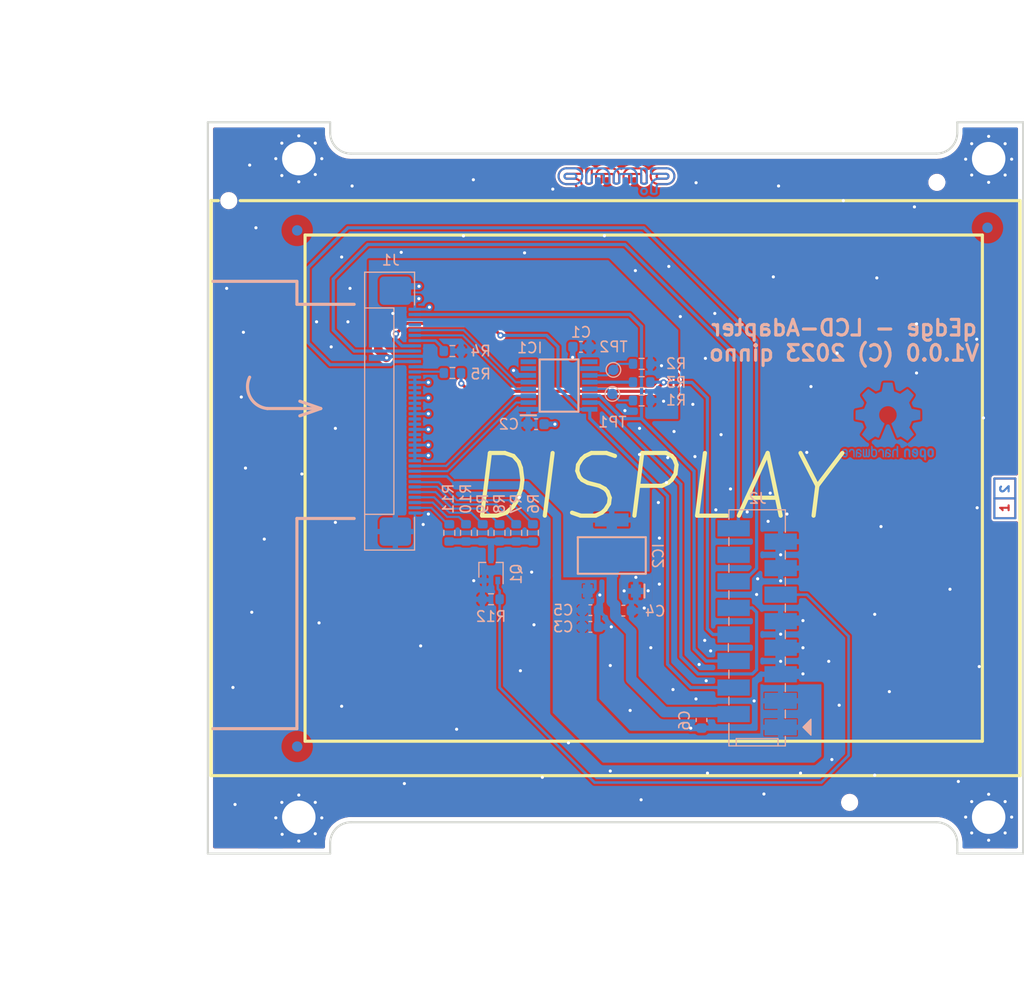
<source format=kicad_pcb>
(kicad_pcb (version 20211014) (generator pcbnew)
  (title_block (title "qEdge - LCD-Adapter") (date "08.12.2022") (rev "V1.0.0") (company "(C) 2023 qinno") (comment 1 "TZA") (comment 2 "03.02.2023") (comment 3 "CYA") (comment 4 "17.02.2023") (comment 5 "MSC") (comment 7 "V1.0.0"))
  (layers (0 "F.Cu" signal) (31 "B.Cu" signal) (34 "B.Paste" user) (35 "F.Paste" user) (36 "B.SilkS" user "B.Silkscreen") (37 "F.SilkS" user "F.Silkscreen") (38 "B.Mask" user) (39 "F.Mask" user) (44 "Edge.Cuts" user))
  (net 0 "")
  (net 1 "+3V3")
  (net 2 "GND")
  (net 3 "+5V")
  (net 4 "/LCD_LEDs")
  (net 5 "/Multi_MISO")
  (net 6 "/LCD_DATA")
  (net 7 "/LCD_CS")
  (net 8 "/Multi_SCK")
  (net 9 "/Multi_MOSI")
  (net 10 "/RTP_CS")
  (net 12 "Net-(IC1-Pad11)")
  (net 13 "Net-(IC1-Pad13)")
  (net 14 "/RTP_SPI_DOUT")
  (net 16 "/LCD_SPI_SDO")
  (net 19 "Net-(J1-Pad7)")
  (net 20 "Net-(J1-Pad34)")
  (net 21 "Net-(J1-Pad35)")
  (net 22 "Net-(J1-Pad36)")
  (net 23 "/RTP_XR")
  (net 24 "/RTP_YU")
  (net 25 "/RTP_XL")
  (net 26 "/RTP_YD")
  (net 27 "Net-(J1-Pad37)")
  (net 28 "Net-(J1-Pad38)")
  (net 29 "Net-(J1-Pad39)")
  (net 31 "Net-(Q1-Pad3)")
  (footprint "MountingHole:MountingHole_3.2mm_M3_DIN965_Pad" (layer "F.Cu") (at 58.7 134.02)
    (fp_text reference "H3" hide)
    (fp_text value "3mm_Mounting_Hole" hide)
  )
  (footprint "qEdge-LCD:JLCSMT_ToolingHole" (layer "F.Cu") (at 119.75 73.25)
    (fp_text reference "H6" hide)
    (fp_text value "ToolingHole" hide)
  )
  (footprint "qEdge-LCD:JLCSMT_ToolingHole" (layer "F.Cu") (at 52 75)
    (fp_text reference "H5" hide)
    (fp_text value "ToolingHole" hide)
  )
  (footprint "qEdge-LCD:JLCSMT_ToolingHole" (layer "F.Cu") (at 111.4 132.6)
    (fp_text reference "H7" hide)
    (fp_text value "ToolingHole" hide)
  )
  (footprint "MountingHole:MountingHole_3.2mm_M3_DIN965_Pad" (layer "F.Cu") (at 124.7 134.02)
    (fp_text reference "H2" hide)
    (fp_text value "3mm_Mounting_Hole" hide)
  )
  (footprint "qEdge-LCD:Logo-qinno-2" (layer "F.Cu") (at 89.339849 73.2)
    (fp_text reference "LOGO3" hide)
    (fp_text value "qinno" hide)
  )
  (footprint "MountingHole:MountingHole_3.2mm_M3_DIN965_Pad" (layer "F.Cu") (at 124.7 70.98)
    (fp_text reference "H4" hide)
    (fp_text value "3mm_Mounting_Hole" hide)
  )
  (footprint "MountingHole:MountingHole_3.2mm_M3_DIN965_Pad" (layer "F.Cu") (at 58.7 70.98)
    (fp_text reference "H1" hide)
    (fp_text value "3mm_Mounting_Hole" hide)
  )
  (footprint "Resistor_SMD:R_0603_1608Metric" (layer "B.Cu") (at 91.5 90.625 180)
    (fp_text reference "R2")
    (fp_text value "10K" hide)
  )
  (footprint "Fiducial:Fiducial_1mm_Mask3mm" (layer "B.Cu") (at 58.547 127.254 180)
    (fp_text reference "FID3" hide)
    (fp_text value "Fiducial" hide)
  )
  (footprint "Capacitor_SMD:C_0603_1608Metric" (layer "B.Cu") (at 85.7 89 180)
    (fp_text reference "C1")
    (fp_text value "1u" hide)
  )
  (footprint "qEdge-LCD:SOT230P700X180-4N" (layer "B.Cu") (at 88.646 108.966 90)
    (fp_text reference "IC2")
    (fp_text value "NCP1117ST33T3G" hide)
  )
  (footprint "Capacitor_SMD:C_0603_1608Metric" (layer "B.Cu") (at 89.75 114.25)
    (fp_text reference "C4")
    (fp_text value "10u" hide)
  )
  (footprint "Fiducial:Fiducial_1mm_Mask3mm" (layer "B.Cu") (at 58.547 77.851 180)
    (fp_text reference "FID2" hide)
    (fp_text value "Fiducial" hide)
  )
  (footprint "qEdge-LCD:Wuerth_WR-MM_690367281676" (layer "B.Cu") (at 102.55 115.893 90)
    (fp_text reference "J2")
    (fp_text value "WR-MM_690367281676" hide)
  )
  (footprint "Resistor_SMD:R_0603_1608Metric" (layer "B.Cu") (at 73.4 89.4 180)
    (fp_text reference "R4")
    (fp_text value "10K" hide)
  )
  (footprint "Capacitor_SMD:C_0603_1608Metric" (layer "B.Cu") (at 86.6 114.2)
    (fp_text reference "C5")
    (fp_text value "100n" hide)
  )
  (footprint "Resistor_SMD:R_0603_1608Metric" (layer "B.Cu") (at 81.1 106.8 -90)
    (fp_text reference "R6")
    (fp_text value "100R" hide)
  )
  (footprint "Resistor_SMD:R_0603_1608Metric" (layer "B.Cu") (at 74.7 106.8 -90)
    (fp_text reference "R10")
    (fp_text value "100R" hide)
  )
  (footprint "qEdge-LCD:Logo-qinno-2" (layer "B.Cu") (at 88.85 73.2 180)
    (fp_text reference "LOGO2" hide)
    (fp_text value "qinno" hide)
  )
  (footprint "Symbol:OSHW-Logo2_9.8x8mm_Copper" (layer "B.Cu") (at 115.062 96.139 180)
    (fp_text reference "LOGO1" hide)
    (fp_text value "Logo_Open_Hardware_Small" hide)
  )
  (footprint "Resistor_SMD:R_0603_1608Metric" (layer "B.Cu") (at 79.5 106.8 -90)
    (fp_text reference "R7")
    (fp_text value "100R" hide)
  )
  (footprint "TestPoint:TestPoint_Pad_D1.0mm" (layer "B.Cu") (at 88.7 93.5 180)
    (fp_text reference "TP1")
    (fp_text value "TestPoint" hide)
  )
  (footprint "TestPoint:TestPoint_Pad_D1.0mm" (layer "B.Cu") (at 88.8 91.2 180)
    (fp_text reference "TP2")
    (fp_text value "TestPoint" hide)
  )
  (footprint "Resistor_SMD:R_0603_1608Metric" (layer "B.Cu") (at 77.9 106.8 -90)
    (fp_text reference "R8")
    (fp_text value "100R" hide)
  )
  (footprint "Resistor_SMD:R_0603_1608Metric" (layer "B.Cu") (at 73.1 106.8 -90)
    (fp_text reference "R11")
    (fp_text value "100R" hide)
  )
  (footprint "Package_TO_SOT_SMD:SOT-323_SC-70" (layer "B.Cu") (at 77.089 110.363 90)
    (fp_text reference "Q1")
    (fp_text value "BSS138BKW" hide)
  )
  (footprint "qEdge-LCD:SOP65P640X120-16N" (layer "B.Cu") (at 83.6 92.7)
    (fp_text reference "IC1")
    (fp_text value "TSC2046EIPWR" hide)
  )
  (footprint "Fiducial:Fiducial_1mm_Mask3mm" (layer "B.Cu") (at 124.587 77.597 180)
    (fp_text reference "FID1" hide)
    (fp_text value "Fiducial" hide)
  )
  (footprint "Resistor_SMD:R_0603_1608Metric" (layer "B.Cu") (at 77.089 113.157 180)
    (fp_text reference "R12")
    (fp_text value "10K" hide)
  )
  (footprint "qEdge-LCD:Wuerth_WR-FPC_68714014022" (layer "B.Cu") (at 67.225 95.15 90)
    (fp_text reference "J1")
    (fp_text value "WR-FPC_68714014022" hide)
  )
  (footprint "Capacitor_SMD:C_0603_1608Metric" (layer "B.Cu") (at 86.6 115.8)
    (fp_text reference "C3")
    (fp_text value "10u" hide)
  )
  (footprint "Capacitor_SMD:C_0603_1608Metric" (layer "B.Cu") (at 81.4 96.4)
    (fp_text reference "C2")
    (fp_text value "100n" hide)
  )
  (footprint "Resistor_SMD:R_0603_1608Metric" (layer "B.Cu") (at 76.3 106.8 -90)
    (fp_text reference "R9")
    (fp_text value "100R" hide)
  )
  (footprint "Resistor_SMD:R_0603_1608Metric" (layer "B.Cu") (at 91.5 92.375)
    (fp_text reference "R3")
    (fp_text value "22R" hide)
  )
  (footprint "Resistor_SMD:R_0603_1608Metric" (layer "B.Cu") (at 73.4 91.5)
    (fp_text reference "R5")
    (fp_text value "22R" hide)
  )
  (footprint "Capacitor_SMD:C_0603_1608Metric" (layer "B.Cu") (at 97.229281 124.714 -90)
    (fp_text reference "C6")
    (fp_text value "100n" hide)
  )
  (footprint "Resistor_SMD:R_0603_1608Metric" (layer "B.Cu") (at 91.5 94.125 180)
    (fp_text reference "R1")
    (fp_text value "10K" hide)
  )
  (gr_line (start 125.25 101.6) (end 127.25 101.6) (layer "F.Cu") (width 0.2))
  (gr_line (start 127.25 101.6) (end 127.25 105.4) (layer "F.Cu") (width 0.2))
  (gr_line (start 125.25 105.4) (end 125.25 101.6) (layer "F.Cu") (width 0.2))
  (gr_line (start 127.25 105.4) (end 125.25 105.4) (layer "F.Cu") (width 0.2))
  (gr_line (start 125.25 103.5) (end 127.25 103.5) (layer "F.Cu") (width 0.2))
  (gr_line (start 127.25 105.4) (end 125.25 105.4) (layer "B.Cu") (width 0.2))
  (gr_line (start 125.25 101.6) (end 127.25 101.6) (layer "B.Cu") (width 0.2))
  (gr_line (start 125.25 103.5) (end 127.25 103.5) (layer "B.Cu") (width 0.2))
  (gr_line (start 125.25 105.4) (end 125.25 101.6) (layer "B.Cu") (width 0.2))
  (gr_line (start 127.25 101.6) (end 127.25 105.4) (layer "B.Cu") (width 0.2))
  (gr_line (start 60.8 94.9) (end 58.8 94.2) (layer "B.SilkS") (width 0.3))
  (gr_line (start 58.52 84.925) (end 58.52 82.725) (layer "B.SilkS") (width 0.3))
  (gr_line (start 64 84.925) (end 58.52 84.925) (layer "B.SilkS") (width 0.3))
  (gr_line (start 58.52 125.545) (end 50.5 125.545) (layer "B.SilkS") (width 0.3))
  (gr_line (start 58.52 105.425) (end 58.52 125.545) (layer "B.SilkS") (width 0.3))
  (gr_line (start 58.52 82.725) (end 50.5 82.725) (layer "B.SilkS") (width 0.3))
  (gr_line (start 58.52 105.425) (end 64 105.425) (layer "B.SilkS") (width 0.3))
  (gr_line (start 55.7 94.9) (end 60.8 94.9) (layer "B.SilkS") (width 0.3))
  (gr_arc (start 55.7 94.9) (mid 54.067485 93.843425) (end 54 91.9) (layer "B.SilkS") (width 0.3))
  (gr_line (start 60.8 94.9) (end 58.8 95.6) (layer "B.SilkS") (width 0.3))
  (gr_line (start 124.1 126.745) (end 59.3 126.745) (layer "F.SilkS") (width 0.3))
  (gr_line (start 53.1 75) (end 127.7 75) (layer "F.SilkS") (width 0.3))
  (gr_line (start 50.3 130.04) (end 127.7 130.04) (layer "F.SilkS") (width 0.3))
  (gr_line (start 50.3 75) (end 50.3 130.04) (layer "F.SilkS") (width 0.3))
  (gr_line (start 50.3 75) (end 51 75) (layer "F.SilkS") (width 0.3))
  (gr_line (start 127.7 75) (end 127.7 130.04) (layer "F.SilkS") (width 0.3))
  (gr_line (start 124.1 126.745) (end 124.1 78.295) (layer "F.SilkS") (width 0.3))
  (gr_line (start 124.1 78.295) (end 59.3 78.295) (layer "F.SilkS") (width 0.3))
  (gr_line (start 59.3 126.745) (end 59.3 78.295) (layer "F.SilkS") (width 0.3))
  (gr_arc (start 61.7 136.5) (mid 62.285786 135.085786) (end 63.7 134.5) (layer "Edge.Cuts") (width 0.2))
  (gr_line (start 63.7 70.5) (end 119.7 70.5) (layer "Edge.Cuts") (width 0.2))
  (gr_line (start 50 67.5) (end 50 137.5) (layer "Edge.Cuts") (width 0.2))
  (gr_line (start 50 137.5) (end 61.7 137.5) (layer "Edge.Cuts") (width 0.2))
  (gr_line (start 61.7 67.5) (end 61.7 68.5) (layer "Edge.Cuts") (width 0.2))
  (gr_line (start 121.7 67.5) (end 128 67.5) (layer "Edge.Cuts") (width 0.2))
  (gr_arc (start 119.7 134.5) (mid 121.114214 135.085786) (end 121.7 136.5) (layer "Edge.Cuts") (width 0.2))
  (gr_arc (start 63.7 70.5) (mid 62.285786 69.914214) (end 61.7 68.5) (layer "Edge.Cuts") (width 0.2))
  (gr_line (start 63.7 134.5) (end 119.7 134.5) (layer "Edge.Cuts") (width 0.2))
  (gr_line (start 61.7 136.5) (end 61.7 137.5) (layer "Edge.Cuts") (width 0.2))
  (gr_arc (start 121.7 68.5) (mid 121.114214 69.914214) (end 119.7 70.5) (layer "Edge.Cuts") (width 0.2))
  (gr_line (start 121.7 68.5) (end 121.7 67.5) (layer "Edge.Cuts") (width 0.2))
  (gr_line (start 128 137.5) (end 128 67.5) (layer "Edge.Cuts") (width 0.2))
  (gr_line (start 61.7 67.5) (end 50 67.5) (layer "Edge.Cuts") (width 0.2))
  (gr_line (start 121.7 137.5) (end 128 137.5) (layer "Edge.Cuts") (width 0.2))
  (gr_line (start 121.7 137.5) (end 121.7 136.5) (layer "Edge.Cuts") (width 0.2))
  (gr_text "1" (at 126.25 104.4 90) (layer "F.Cu") (effects (font (size 0.8 0.8) (thickness 0.2))))
  (gr_text "2" (at 126.25 102.6 90) (layer "B.Cu") (effects (font (size 0.8 0.8) (thickness 0.2)) (justify mirror)))
  (gr_text "qEdge - LCD-Adapter\nV1.0.0 (C) 2023 qinno" (at 110.871 88.392) (layer "B.SilkS") (effects (font (size 1.5 1.5) (thickness 0.3)) (justify mirror)))
  (gr_text "DISPLAY" (at 92.7 102.4) (layer "F.SilkS") (effects (font (size 6 6) (thickness 0.4) italic)))
  (segment (start 94.9 93.3) (end 94.9 91.7) (width 0.5) (layer "F.Cu") (net 1))
  (segment (start 94 90.8) (end 93.4 90.8) (width 0.5) (layer "F.Cu") (net 1))
  (segment (start 66.3 86.8) (end 67.3 85.8) (width 0.8) (layer "F.Cu") (net 1))
  (segment (start 93.6 94.2) (end 94 94.2) (width 0.5) (layer "F.Cu") (net 1))
  (segment (start 94 94.2) (end 94.9 93.3) (width 0.5) (layer "F.Cu") (net 1))
  (segment (start 66.3 89.3) (end 66.3 86.8) (width 0.8) (layer "F.Cu") (net 1))
  (segment (start 94.9 91.7) (end 94 90.8) (width 0.5) (layer "F.Cu") (net 1))
  (segment (start 67.106479 90.0505) (end 67.0505 90.0505) (width 0.8) (layer "F.Cu") (net 1))
  (segment (start 67.3 85.8) (end 67.7 85.8) (width 0.8) (layer "F.Cu") (net 1))
  (segment (start 67.0505 90.0505) (end 66.3 89.3) (width 0.8) (layer "F.Cu") (net 1))
  (via (at 93.6 94.2) (size 0.6) (drill 0.3) (layers "F.Cu" "B.Cu") (net 1))
  (via (at 67.7 85.8) (size 0.6) (drill 0.3) (layers "F.Cu" "B.Cu") (net 1))
  (via (at 93.4 90.8) (size 0.6) (drill 0.3) (layers "F.Cu" "B.Cu") (net 1))
  (via (at 67.106479 90.0505) (size 0.6) (drill 0.3) (layers "F.Cu" "B.Cu") (net 1))
  (segment (start 90.5 116.272183) (end 88.975 114.747183) (width 1) (layer "B.Cu") (net 1))
  (segment (start 88.975 114.747183) (end 88.975 114.25) (width 1) (layer "B.Cu") (net 1))
  (segment (start 100.104 123.952) (end 100.3 124.148) (width 1) (layer "B.Cu") (net 1))
  (segment (start 98.044 123.952) (end 93.652 123.952) (width 1) (layer "B.Cu") (net 1))
  (segment (start 90.5 120.8) (end 90.5 116.272183) (width 1) (layer "B.Cu") (net 1))
  (segment (start 88.646 113.396) (end 88.646 112.366) (width 1) (layer "B.Cu") (net 1))
  (segment (start 96.012 123.952) (end 100.104 123.952) (width 1) (layer "B.Cu") (net 1))
  (segment (start 88.975 113.725) (end 88.646 113.396) (width 1) (layer "B.Cu") (net 1))
  (segment (start 93.652 123.952) (end 90.5 120.8) (width 1) (layer "B.Cu") (net 1))
  (segment (start 88.975 114.25) (end 88.975 113.725) (width 1) (layer "B.Cu") (net 1))
  (segment (start 88.646 112.366) (end 88.646 105.566) (width 1) (layer "B.Cu") (net 1))
  (via (at 63.8 73.6) (size 0.6) (drill 0.3) (layers "F.Cu" "B.Cu") (net 2))
  (via (at 106.7 129.8) (size 0.6) (drill 0.3) (layers "F.Cu" "B.Cu") (net 2))
  (via (at 122.5 134.008985) (size 0.6) (drill 0.3) (layers "F.Cu" "B.Cu") (net 2))
  (via (at 104.8 119.1) (size 0.6) (drill 0.3) (layers "F.Cu" "B.Cu") (net 2))
  (via (at 60.637991 115.418387) (size 0.6) (drill 0.3) (layers "F.Cu" "B.Cu") (net 2))
  (via (at 117.8 91.5) (size 0.6) (drill 0.3) (layers "F.Cu" "B.Cu") (net 2))
  (via (at 91.3 96.8) (size 0.6) (drill 0.3) (layers "F.Cu" "B.Cu") (net 2))
  (via (at 56.5 70.9834) (size 0.6) (drill 0.3) (layers "F.Cu" "B.Cu") (net 2))
  (via (at 83 73.9) (size 0.6) (drill 0.3) (layers "F.Cu" "B.Cu") (net 2))
  (via (at 71.1 98.4) (size 0.6) (drill 0.3) (layers "F.Cu" "B.Cu") (net 2))
  (via (at 87.940888 78.361518) (size 0.6) (drill 0.3) (layers "F.Cu" "B.Cu") (net 2))
  (via (at 110.4 123.3) (size 0.6) (drill 0.3) (layers "F.Cu" "B.Cu") (net 2))
  (via (at 109.4 119.1) (size 0.6) (drill 0.3) (layers "F.Cu" "B.Cu") (net 2))
  (via (at 90.4 123.8) (size 0.6) (drill 0.3) (layers "F.Cu" "B.Cu") (net 2))
  (via (at 53.2 93.8) (size 0.6) (drill 0.3) (layers "F.Cu" "B.Cu") (net 2))
  (via (at 102.5 112.7) (size 0.6) (drill 0.3) (layers "F.Cu" "B.Cu") (net 2))
  (via (at 103.6 105.7) (size 0.6) (drill 0.3) (layers "F.Cu" "B.Cu") (net 2))
  (via (at 94 99.6) (size 0.6) (drill 0.3) (layers "F.Cu" "B.Cu") (net 2))
  (via (at 92.122481 112.346624) (size 0.6) (drill 0.3) (layers "F.Cu" "B.Cu") (net 2))
  (via (at 79.244622 91.255378) (size 0.6) (drill 0.3) (layers "F.Cu" "B.Cu") (net 2))
  (via (at 56.5 134.0834) (size 0.6) (drill 0.3) (layers "F.Cu" "B.Cu") (net 2))
  (via (at 103.8 103) (size 0.6) (drill 0.3) (layers "F.Cu" "B.Cu") (net 2))
  (via (at 126.9 134.008985) (size 0.6) (drill 0.3) (layers "F.Cu" "B.Cu") (net 2))
  (via (at 97 119.4) (size 0.6) (drill 0.3) (layers "F.Cu" "B.Cu") (net 2))
  (via (at 63.6 83.4) (size 0.6) (drill 0.3) (layers "F.Cu" "B.Cu") (net 2))
  (via (at 124.7 136.225585) (size 0.6) (drill 0.3) (layers "F.Cu" "B.Cu") (net 2))
  (via (at 126.2768 72.55039) (size 0.6) (drill 0.3) (layers "F.Cu" "B.Cu") (net 2))
  (via (at 96.7 122.7) (size 0.6) (drill 0.3) (layers "F.Cu" "B.Cu") (net 2))
  (via (at 124.7 68.85039) (size 0.6) (drill 0.3) (layers "F.Cu" "B.Cu") (net 2))
  (via (at 54.6 77.6) (size 0.6) (drill 0.3) (layers "F.Cu" "B.Cu") (net 2))
  (via (at 126.2768 135.525585) (size 0.6) (drill 0.3) (layers "F.Cu" "B.Cu") (net 2))
  (via (at 88.6 115.8) (size 0.6) (drill 0.3) (layers "F.Cu" "B.Cu") (net 2))
  (via (at 124.2 95.8) (size 0.6) (drill 0.3) (layers "F.Cu" "B.Cu") (net 2))
  (via (at 98.1 118.1) (size 0.6) (drill 0.3) (layers "F.Cu" "B.Cu") (net 2))
  (via (at 70.2 83.2) (size 0.6) (drill 0.3) (layers "F.Cu" "B.Cu") (net 2))
  (via (at 102.6 111.2) (size 0.6) (drill 0.3) (layers "F.Cu" "B.Cu") (net 2))
  (via (at 57.0768 132.6) (size 0.6) (drill 0.3) (layers "F.Cu" "B.Cu") (net 2))
  (via (at 97.8 129.8) (size 0.6) (drill 0.3) (layers "F.Cu" "B.Cu") (net 2))
  (via (at 71.1 95.4) (size 0.6) (drill 0.3) (layers "F.Cu" "B.Cu") (net 2))
  (via (at 84.9 90) (size 0.6) (drill 0.3) (layers "F.Cu" "B.Cu") (net 2))
  (via (at 123.0768 72.55039) (size 0.6) (drill 0.3) (layers "F.Cu" "B.Cu") (net 2))
  (via (at 83.2 96.4) (size 0.6) (drill 0.3) (layers "F.Cu" "B.Cu") (net 2))
  (via (at 96.2 125.5) (size 0.6) (drill 0.3) (layers "F.Cu" "B.Cu") (net 2))
  (via (at 96.6 99.5) (size 0.6) (drill 0.3) (layers "F.Cu" "B.Cu") (net 2))
  (via (at 74.45379 78.376226) (size 0.6) (drill 0.3) (layers "F.Cu" "B.Cu") (net 2))
  (via (at 97.676828 120.9585) (size 0.6) (drill 0.3) (layers "F.Cu" "B.Cu") (net 2))
  (via (at 89.9 95.1) (size 0.6) (drill 0.3) (layers "F.Cu" "B.Cu") (net 2))
  (via (at 123.560835 88.265376) (size 0.6) (drill 0.3) (layers "F.Cu" "B.Cu") (net 2))
  (via (at 104.8 116.5) (size 0.6) (drill 0.3) (layers "F.Cu" "B.Cu") (net 2))
  (via (at 123.0768 69.55039) (size 0.6) (drill 0.3) (layers "F.Cu" "B.Cu") (net 2))
  (via (at 102.263994 122.887909) (size 0.6) (drill 0.3) (layers "F.Cu" "B.Cu") (net 2))
  (via (at 126.2768 132.525585) (size 0.6) (drill 0.3) (layers "F.Cu" "B.Cu") (net 2))
  (via (at 91.75 114) (size 0.6) (drill 0.3) (layers "F.Cu" "B.Cu") (net 2))
  (via (at 91.3 99.3) (size 0.6) (drill 0.3) (layers "F.Cu" "B.Cu") (net 2))
  (via (at 104.8 111.4) (size 0.6) (drill 0.3) (layers "F.Cu" "B.Cu") (net 2))
  (via (at 99.1 97.4) (size 0.6) (drill 0.3) (layers "F.Cu" "B.Cu") (net 2))
  (via (at 109.7 128.5) (size 0.6) (drill 0.3) (layers "F.Cu" "B.Cu") (net 2))
  (via (at 54 71.6) (size 0.6) (drill 0.3) (layers "F.Cu" "B.Cu") (net 2))
  (via (at 103.2 131.8) (size 0.6) (drill 0.3) (layers "F.Cu" "B.Cu") (net 2))
  (via (at 121.8 130.6) (size 0.6) (drill 0.3) (layers "F.Cu" "B.Cu") (net 2))
  (via (at 93.194704 111.708062) (size 0.6) (drill 0.3) (layers "F.Cu" "B.Cu") (net 2))
  (via (at 61.8 89) (size 0.6) (drill 0.3) (layers "F.Cu" "B.Cu") (net 2))
  (via (at 75.4 73) (size 0.6) (drill 0.3) (layers "F.Cu" "B.Cu") (net 2))
  (via (at 57.0768 72.6) (size 0.6) (drill 0.3) (layers "F.Cu" "B.Cu") (net 2))
  (via (at 52.6 132.8) (size 0.6) (drill 0.3) (layers "F.Cu" "B.Cu") (net 2))
  (via (at 79.8 103.4) (size 0.6) (drill 0.3) (layers "F.Cu" "B.Cu") (net 2))
  (via (at 58.7 68.8) (size 0.6) (drill 0.3) (layers "F.Cu" "B.Cu") (net 2))
  (via (at 62.2 105.8) (size 0.6) (drill 0.3) (layers "F.Cu" "B.Cu") (net 2))
  (via (at 58.7 73.2) (size 0.6) (drill 0.3) (layers "F.Cu" "B.Cu") (net 2))
  (via (at 113.8 114.6) (size 0.6) (drill 0.3) (layers "F.Cu" "B.Cu") (net 2))
  (via (at 97.6 90.1) (size 0.6) (drill 0.3) (layers "F.Cu" "B.Cu") (net 2))
  (via (at 101.6 104.8) (size 0.6) (drill 0.3) (layers "F.Cu" "B.Cu") (net 2))
  (via (at 88.5 129.6) (size 0.6) (drill 0.3) (layers "F.Cu" "B.Cu") (net 2))
  (via (at 62.2 96.8) (size 0.6) (drill 0.3) (layers "F.Cu" "B.Cu") (net 2))
  (via (at 107.3 99.1) (size 0.6) (drill 0.3) (layers "F.Cu" "B.Cu") (net 2))
  (via (at 93.2 107.3) (size 0.6) (drill 0.3) (layers "F.Cu" "B.Cu") (net 2))
  (via (at 70.6 106) (size 0.6) (drill 0.3) (layers "F.Cu" "B.Cu") (net 2))
  (via (at 121 112.2) (size 0.6) (drill 0.3) (layers "F.Cu" "B.Cu") (net 2))
  (via (at 117.8 86.8) (size 0.6) (drill 0.3) (layers "F.Cu" "B.Cu") (net 2))
  (via (at 55.4 107.4) (size 0.6) (drill 0.3) (layers "F.Cu" "B.Cu") (net 2))
  (via (at 71.1 92.4) (size 0.6) (drill 0.3) (layers "F.Cu" "B.Cu") (net 2))
  (via (at 63.4 86.6) (size 0.6) (drill 0.3) (layers "F.Cu" "B.Cu") (net 2))
  (via (at 117.6 75.6) (size 0.6) (drill 0.3) (layers "F.Cu" "B.Cu") (net 2))
  (via (at 80.9777 110.5589) (size 0.6) (drill 0.3) (layers "F.Cu" "B.Cu") (net 2))
  (via (at 98.6 104.6) (size 0.6) (drill 0.3) (layers "F.Cu" "B.Cu") (net 2))
  (via (at 75.438 111.379) (size 0.6) (drill 0.3) (layers "F.Cu" "B.Cu") (net 2))
  (via (at 71.1 99.4) (size 0.6) (drill 0.3) (layers "F.Cu" "B.Cu") (net 2))
  (via (at 60.9 70.9834) (size 0.6) (drill 0.3) (layers "F.Cu" "B.Cu") (net 2))
  (via (at 73.8 125.6) (size 0.6) (drill 0.3) (layers "F.Cu" "B.Cu") (net 2))
  (via (at 60.2768 72.5) (size 0.6) (drill 0.3) (layers "F.Cu" "B.Cu") (net 2))
  (via (at 93.877938 101.989049) (size 0.6) (drill 0.3) (layers "F.Cu" "B.Cu") (net 2))
  (via (at 126.2768 69.55039) (size 0.6) (drill 0.3) (layers "F.Cu" "B.Cu") (net 2))
  (via (at 110.8 75) (size 0.6) (drill 0.3) (layers "F.Cu" "B.Cu") (net 2))
  (via (at 124.7 73.25039) (size 0.6) (drill 0.3) (layers "F.Cu" "B.Cu") (net 2))
  (via (at 94.5 121.8) (size 0.6) (drill 0.3) (layers "F.Cu" "B.Cu") (net 2))
  (via (at 60.4 86.6) (size 0.6) (drill 0.3) (layers "F.Cu" "B.Cu") (net 2))
  (via (at 62.8 123.4) (size 0.6) (drill 0.3) (layers "F.Cu" "B.Cu") (net 2))
  (via (at 82 130.2) (size 0.6) (drill 0.3) (layers "F.Cu" "B.Cu") (net 2))
  (via (at 60.2768 135.6) (size 0.6) (drill 0.3) (layers "F.Cu" "B.Cu") (net 2))
  (via (at 53.6 100.6) (size 0.6) (drill 0.3) (layers "F.Cu" "B.Cu") (net 2))
  (via (at 87.5 112.75) (size 0.6) (drill 0.3) (layers "F.Cu" "B.Cu") (net 2))
  (via (at 104.1 82.3) (size 0.6) (drill 0.3) (layers "F.Cu" "B.Cu") (net 2))
  (via (at 105.4 105) (size 0.6) (drill 0.3) (layers "F.Cu" "B.Cu") (net 2))
  (via (at 93.1 103.9) (size 0.6) (drill 0.3) (layers "F.Cu" "B.Cu") (net 2))
  (via (at 114 82.4) (size 0.6) (drill 0.3) (layers "F.Cu" "B.Cu") (net 2))
  (via (at 123.6 104.4) (size 0.6) (drill 0.3) (layers "F.Cu" "B.Cu") (net 2))
  (via (at 106.934 120.3) (size 0.6) (drill 0.3) (layers "F.Cu" "B.Cu") (net 2))
  (via (at 51.8 83.4) (size 0.6) (drill 0.3) (layers "F.Cu" "B.Cu") (net 2))
  (via (at 96.708411 73.286132) (size 0.6) (drill 0.3) (layers "F.Cu" "B.Cu") (net 2))
  (via (at 68.8 130.8) (size 0.6) (drill 0.3) (layers "F.Cu" "B.Cu") (net 2))
  (via (at 84.5 126.897358) (size 0.6) (drill 0.3) (layers "F.Cu" "B.Cu") (net 2))
  (via (at 58.7 136.3) (size 0.6) (drill 0.3) (layers "F.Cu" "B.Cu") (net 2))
  (via (at 115.2 122) (size 0.6) (drill 0.3) (layers "F.Cu" "B.Cu") (net 2))
  (via (at 60.2768 69.5) (size 0.6) (drill 0.3) (layers "F.Cu" "B.Cu") (net 2))
  (via (at 95.2 86.1) (size 0.6) (drill 0.3) (layers "F.Cu" "B.Cu") (net 2))
  (via (at 71.1 105) (size 0.6) (drill 0.3) (layers "F.Cu" "B.Cu") (net 2))
  (via (at 53.4 87.6) (size 0.6) (drill 0.3) (layers "F.Cu" "B.Cu") (net 2))
  (via (at 58.7 131.9) (size 0.6) (drill 0.3) (layers "F.Cu" "B.Cu") (net 2))
  (via (at 52.4 121.6) (size 0.6) (drill 0.3) (layers "F.Cu" "B.Cu") (net 2))
  (via (at 114.4 106.2) (size 0.6) (drill 0.3) (layers "F.Cu" "B.Cu") (net 2))
  (via (at 71.1 93.888444) (size 0.6) (drill 0.3) (layers "F.Cu" "B.Cu") (net 2))
  (via (at 70.189101 84.383648) (size 0.6) (drill 0.3) (layers "F.Cu" "B.Cu") (net 2))
  (via (at 92.378419 117.797111) (size 0.6) (drill 0.3) (layers "F.Cu" "B.Cu") (net 2))
  (via (at 62.8 80.4) (size 0.6) (drill 0.3) (layers "F.Cu" "B.Cu") (net 2))
  (via (at 106.934 117.8) (size 0.6) (drill 0.3) (layers "F.Cu" "B.Cu") (net 2))
  (via (at 57.0768 69.5) (size 0.6) (drill 0.3) (layers "F.Cu" "B.Cu") (net 2))
  (via (at 106.934 115.2) (size 0.6) (drill 0.3) (layers "F.Cu" "B.Cu") (net 2))
  (via (at 54.2 114.4) (size 0.6) (drill 0.3) (layers "F.Cu" "B.Cu") (net 2))
  (via (at 104.8 108.9) (size 0.6) (drill 0.3) (layers "F.Cu" "B.Cu") (net 2))
  (via (at 123.8 119.6) (size 0.6) (drill 0.3) (layers "F.Cu" "B.Cu") (net 2))
  (via (at 123.0768 135.525585) (size 0.6) (drill 0.3) (layers "F.Cu" "B.Cu") (net 2))
  (via (at 126.9 71.03379) (size 0.6) (drill 0.3) (layers "F.Cu" "B.Cu") (net 2))
  (via (at 107.7 92.8) (size 0.6) (drill 0.3) (layers "F.Cu" "B.Cu") (net 2))
  (via (at 104.6 73.6) (size 0.6) (drill 0.3) (layers "F.Cu" "B.Cu") (net 2))
  (via (at 70.356965 117.62269) (size 0.6) (drill 0.3) (layers "F.Cu" "B.Cu") (net 2))
  (via (at 94.1 81.3) (size 0.6) (drill 0.3) (layers "F.Cu" "B.Cu") (net 2))
  (via (at 89.826028 112.356922) (size 0.6) (drill 0.3) (layers "F.Cu" "B.Cu") (net 2))
  (via (at 123.0768 132.525585) (size 0.6) (drill 0.3) (layers "F.Cu" "B.Cu") (net 2))
  (via (at 58.993311 101.167657) (size 0.6) (drill 0.3) (layers "F.Cu" "B.Cu") (net 2))
  (via (at 57.106015 135.657886) (size 0.6) (drill 0.3) (layers "F.Cu" "B.Cu") (net 2))
  (via (at 94.6 97.1) (size 0.6) (drill 0.3) (layers "F.Cu" "B.Cu") (net 2))
  (via (at 71.1 96.9) (size 0.6) (drill 0.3) (layers "F.Cu" "B.Cu") (net 2))
  (via (at 88.5 119.5) (size 0.6) (drill 0.3) (layers "F.Cu" "B.Cu") (net 2))
  (via (at 79.9 120) (size 0.6) (drill 0.3) (layers "F.Cu" "B.Cu") (net 2))
  (via (at 122.5 71.03379) (size 0.6) (drill 0.3) (layers "F.Cu" "B.Cu") (net 2))
  (via (at 100 102.6) (size 0.6) (drill 0.3) (layers "F.Cu" "B.Cu") (net 2))
  (via (at 91.448141 132.351445) (size 0.6) (drill 0.3) (layers "F.Cu" "B.Cu") (net 2))
  (via (at 60.2768 132.6) (size 0.6) (drill 0.3) (layers "F.Cu" "B.Cu") (net 2))
  (via (at 96.4 94.5) (size 0.6) (drill 0.3) (layers "F.Cu" "B.Cu") (net 2))
  (via (at 90.9 81.7) (size 0.6) (drill 0.3) (layers "F.Cu" "B.Cu") (net 2))
  (via (at 110.2 89.6) (size 0.6) (drill 0.3) (layers "F.Cu" "B.Cu") (net 2))
  (via (at 124.7 131.825585) (size 0.6) (drill 0.3) (layers "F.Cu" "B.Cu") (net 2))
  (via (at 68.5 79.9495) (size 0.6) (drill 0.3) (layers "F.Cu" "B.Cu") (net 2))
  (via (at 97.536 117.094) (size 0.6) (drill 0.3) (layers "F.Cu" "B.Cu") (net 2))
  (via (at 60.9 134.0834) (size 0.6) (drill 0.3) (layers "F.Cu" "B.Cu") (net 2))
  (via (at 90.94851 111.059374) (size 0.6) (drill 0.3) (layers "F.Cu" "B.Cu") (net 2))
  (via (at 113.8 130) (size 0.6) (drill 0.3) (layers "F.Cu" "B.Cu") (net 2))
  (via (at 81.2 115.6) (size 0.6) (drill 0.3) (layers "F.Cu" "B.Cu") (net 2))
  (via (at 98.5 85.8) (size 0.6) (drill 0.3) (layers "F.Cu" "B.Cu") (net 2))
  (via (at 71.2 85.2) (size 0.6) (drill 0.3) (layers "F.Cu" "B.Cu") (net 2))
  (via (at 80.3 80) (size 0.6) (drill 0.3) (layers "F.Cu" "B.Cu") (net 2))
  (segment (start 76.439 111.363) (end 75.454 111.363) (width 0.6) (layer "B.Cu") (net 2))
  (segment (start 69.8 85.4) (end 69.8 84.494547) (width 0.25) (layer "B.Cu") (net 2))
  (segment (start 104.8 119.1) (end 104.8 120.24) (width 1) (layer "B.Cu") (net 2))
  (segment (start 82.175 96.4) (end 83.2 96.4) (width 0.5) (layer "B.Cu") (net 2))
  (segment (start 96.211 125.489) (end 97.229281 125.489) (width 0.6) (layer "B.Cu") (net 2))
  (segment (start 71.1 96.9) (end 69.8 96.9) (width 0.25) (layer "B.Cu") (net 2))
  (segment (start 106.934 117.8) (end 106.836 117.798) (width 1) (layer "B.Cu") (net 2))
  (segment (start 68.703648 84.383648) (end 67.94 83.62) (width 0.6) (layer "B.Cu") (net 2))
  (segment (start 87.275 114.25) (end 87.5 114.025) (width 0.6) (layer "B.Cu") (net 2))
  (segment (start 69.8 85.4) (end 71 85.4) (width 0.25) (layer "B.Cu") (net 2))
  (segment (start 104.858 115.2) (end 104.8 115.258) (width 1) (layer "B.Cu") (net 2))
  (segment (start 96.2 125.5) (end 96.211 125.489) (width 0.6) (layer "B.Cu") (net 2))
  (segment (start 104.8 116.5) (end 104.8 117.7) (width 1) (layer "B.Cu") (net 2))
  (segment (start 104.8 116.5) (end 104.8 115.258) (width 1) (layer "B.Cu") (net 2))
  (segment (start 76.264 112.361) (end 76.264 113.157) (width 0.4) (layer "B.Cu") (net 2))
  (segment (start 71.1 92.4) (end 69.8 92.4) (width 0.25) (layer "B.Cu") (net 2))
  (segment (start 76.342 112.283) (end 76.264 112.361) (width 0.4) (layer "B.Cu") (net 2))
  (segment (start 71 104.9) (end 69.8 104.9) (width 0.2) (layer "B.Cu") (net 2))
  (segment (start 87.375 114.2) (end 88.15048 114.97548) (width 0.3) (layer "B.Cu") (net 2))
  (segment (start 71.1 99.4) (end 69.874 99.4) (width 0.3) (layer "B.Cu") (net 2))
  (segment (start 106.934 120.3) (end 104.838 120.3) (width 1) (layer "B.Cu") (net 2))
  (segment (start 91.5 114.25) (end 91.75 114) (width 0.6) (layer "B.Cu") (net 2))
  (segment (start 69.8 104.95) (end 69.8 105.2) (width 0.2) (layer "B.Cu") (net 2))
  (segment (start 69.811556 93.888444) (end 69.8 93.9) (width 0.25) (layer "B.Cu") (net 2))
  (segment (start 71.1 93.888444) (end 69.811556 93.888444) (width 0.25) (layer "B.Cu") (net 2))
  (segment (start 104.838 120.3) (end 104.8 120.338) (width 1) (layer "B.Cu") (net 2))
  (segment (start 87.275 115.7) (end 87.275 114.25) (width 0.6) (layer "B.Cu") (net 2))
  (segment (start 84.9 89.025) (end 84.925 89) (width 0.5) (layer "B.Cu") (net 2))
  (segment (start 106.836 117.798) (end 104.8 117.798) (width 1) (layer "B.Cu") (net 2))
  (segment (start 92.103105 112.366) (end 92.122481 112.346624) (width 0.6) (layer "B.Cu") (net 2))
  (segment (start 69.8 99.9) (end 69.8 91.95) (width 0.3) (layer "B.Cu") (net 2))
  (segment (start 68.36 83.2) (end 67.94 83.62) (width 0.6) (layer "B.Cu") (net 2))
  (segment (start 88.15048 114.97548) (end 88.15048 115.35048) (width 0.25) (layer "B.Cu") (net 2))
  (segment (start 76.439 112.283) (end 76.342 112.283) (width 0.4) (layer "B.Cu") (net 2))
  (segment (start 70.2 83.2) (end 68.36 83.2) (width 0.6) (layer "B.Cu") (net 2))
  (segment (start 90.946 112.366) (end 92.103105 112.366) (width 0.6) (layer "B.Cu") (net 2))
  (segment (start 84.9 90) (end 84.9 89.025) (width 0.5) (layer "B.Cu") (net 2))
  (segment (start 88.6 115.8) (end 87.375 115.8) (width 0.6) (layer "B.Cu") (net 2))
  (segment (start 69.8 84.494547) (end 69.910899 84.383648) (width 0.25) (layer "B.Cu") (net 2))
  (segment (start 88.15048 115.35048) (end 88.6 115.8) (width 0.25) (layer "B.Cu") (net 2))
  (segment (start 90.525 114.25) (end 91.5 114.25) (width 0.6) (layer "B.Cu") (net 2))
  (segment (start 80.662 91.725) (end 79.714244 91.725) (width 0.45) (layer "B.Cu") (net 2))
  (segment (start 71.1 105) (end 71 104.9) (width 0.2) (layer "B.Cu") (net 2))
  (segment (start 69.910899 84.383648) (end 70.189101 84.383648) (width 0.25) (layer "B.Cu") (net 2))
  (segment (start 70.189101 84.383648) (end 68.703648 84.383648) (width 0.6) (layer "B.Cu") (net 2))
  (segment (start 76.439 111.363) (end 76.439 112.283) (width 0.4) (layer "B.Cu") (net 2))
  (segment (start 79.714244 91.725) (end 79.244622 91.255378) (width 0.45) (layer "B.Cu") (net 2))
  (segment (start 69.8 105.2) (end 70.6 106) (width 0.2) (layer "B.Cu") (net 2))
  (segment (start 104.8 117.7) (end 104.8 119.1) (width 1) (layer "B.Cu") (net 2))
  (segment (start 71.1 98.4) (end 69.8 98.4) (width 0.25) (layer "B.Cu") (net 2))
  (segment (start 75.454 111.363) (end 75.438 111.379) (width 0.6) (layer "B.Cu") (net 2))
  (segment (start 87.5 114.025) (end 87.5 112.75) (width 0.6) (layer "B.Cu") (net 2))
  (segment (start 71 85.4) (end 71.2 85.2) (width 0.25) (layer "B.Cu") (net 2))
  (segment (start 106.934 115.2) (end 104.858 115.2) (width 1) (layer "B.Cu") (net 2))
  (segment (start 71.1 95.4) (end 69.8 95.4) (width 0.25) (layer "B.Cu") (net 2))
  (segment (start 104.8 110.178) (end 104.8 107.638) (width 1) (layer "B.Cu") (net 2))
  (segment (start 87.375 115.8) (end 87.275 115.7) (width 0.6) (layer "B.Cu") (net 2))
  (segment (start 83.4 110.9) (end 83.4 112.4) (width 0.8) (layer "B.Cu") (net 3))
  (segment (start 104.8 122.878) (end 104.8 125.418) (width 0.6) (layer "B.Cu") (net 3))
  (segment (start 83.4 112.4) (end 83.434 112.366) (width 0.5) (layer "B.Cu") (net 3))
  (segment (start 85.75 114.25) (end 86.346 113.654) (width 0.6) (layer "B.Cu") (net 3))
  (segment (start 72.875 101.4) (end 69.8 101.4) (width 0.25) (layer "B.Cu") (net 3))
  (segment (start 83.396068 105.146068) (end 83.396068 110.896068) (width 0.8) (layer "B.Cu") (net 3))
  (segment (start 83.434 112.366) (end 86.346 112.366) (width 0.5) (layer "B.Cu") (net 3))
  (segment (start 86.346 113.654) (end 86.346 112.366) (width 0.6) (layer "B.Cu") (net 3))
  (segment (start 83.396068 110.896068) (end 83.4 110.9) (width 0.8) (layer "B.Cu") (net 3))
  (segment (start 73.75 102.25) (end 80.5 102.25) (width 0.8) (layer "B.Cu") (net 3))
  (segment (start 80.5 102.25) (end 83.396068 105.146068) (width 0.8) (layer "B.Cu") (net 3))
  (segment (start 73.725 102.25) (end 72.875 101.4) (width 0.25) (layer "B.Cu") (net 3))
  (segment (start 77.739 112.156) (end 77.914 112.331) (width 0.25) (layer "B.Cu") (net 4))
  (segment (start 77.914 121.614) (end 87 130.7) (width 0.25) (layer "B.Cu") (net 4))
  (segment (start 111.3 128.1) (end 111.3 116.7) (width 0.25) (layer "B.Cu") (net 4))
  (segment (start 111.3 116.7) (end 107.318 112.718) (width 0.25) (layer "B.Cu") (net 4))
  (segment (start 87 130.7) (end 108.7 130.7) (width 0.25) (layer "B.Cu") (net 4))
  (segment (start 108.7 130.7) (end 111.3 128.1) (width 0.25) (layer "B.Cu") (net 4))
  (segment (start 77.739 111.363) (end 77.739 112.156) (width 0.25) (layer "B.Cu") (net 4))
  (segment (start 107.318 112.718) (end 104.8 112.718) (width 0.25) (layer "B.Cu") (net 4))
  (segment (start 77.914 112.331) (end 77.914 113.157) (width 0.25) (layer "B.Cu") (net 4))
  (segment (start 77.914 113.157) (end 77.914 121.614) (width 0.25) (layer "B.Cu") (net 4))
  (segment (start 93.6 92.4) (end 92.75 93.25) (width 0.3) (layer "F.Cu") (net 5))
  (segment (start 75 93.25) (end 74.25 92.5) (width 0.3) (layer "F.Cu") (net 5))
  (segment (start 92.75 93.25) (end 75 93.25) (width 0.3) (layer "F.Cu") (net 5))
  (via (at 74.25 92.5) (size 0.6) (drill 0.3) (layers "F.Cu" "B.Cu") (net 5))
  (via (at 93.6 92.4) (size 0.6) (drill 0.3) (layers "F.Cu" "B.Cu") (net 5))
  (segment (start 97.79 93.89) (end 96.3 92.4) (width 0.3) (layer "B.Cu") (net 5))
  (segment (start 96.3 92.4) (end 93.6 92.4) (width 0.3) (layer "B.Cu") (net 5))
  (segment (start 98.328 116.528) (end 97.79 115.99) (width 0.3) (layer "B.Cu") (net 5))
  (segment (start 93.575 92.375) (end 92.325 92.375) (width 0.3) (layer "B.Cu") (net 5))
  (segment (start 74.225 92.475) (end 74.25 92.5) (width 0.3) (layer "B.Cu") (net 5))
  (segment (start 100.3 116.528) (end 98.328 116.528) (width 0.3) (layer "B.Cu") (net 5))
  (segment (start 97.79 115.99) (end 97.79 93.89) (width 0.3) (layer "B.Cu") (net 5))
  (segment (start 74.225 91.5) (end 74.225 92.475) (width 0.3) (layer "B.Cu") (net 5))
  (segment (start 102.5 88.4) (end 102.5 110.2) (width 0.3) (layer "B.Cu") (net 6))
  (segment (start 61.7 90.7) (end 59.6 88.6) (width 0.3) (layer "B.Cu") (net 6))
  (segment (start 102.5 110.2) (end 101.252 111.448) (width 0.3) (layer "B.Cu") (net 6))
  (segment (start 67.8 90.4) (end 67.5 90.7) (width 0.3) (layer "B.Cu") (net 6))
  (segment (start 63.4 77.6) (end 91.7 77.6) (width 0.3) (layer "B.Cu") (net 6))
  (segment (start 91.7 77.6) (end 102.5 88.4) (width 0.3) (layer "B.Cu") (net 6))
  (segment (start 101.252 111.448) (end 100.3 111.448) (width 0.3) (layer "B.Cu") (net 6))
  (segment (start 69.8 90.4) (end 67.8 90.4) (width 0.3) (layer "B.Cu") (net 6))
  (segment (start 59.6 88.6) (end 59.6 81.4) (width 0.3) (layer "B.Cu") (net 6))
  (segment (start 59.6 81.4) (end 63.4 77.6) (width 0.3) (layer "B.Cu") (net 6))
  (segment (start 67.5 90.7) (end 61.7 90.7) (width 0.3) (layer "B.Cu") (net 6))
  (segment (start 62 82.5) (end 62 87.4) (width 0.3) (layer "B.Cu") (net 7))
  (segment (start 62 87.4) (end 64 89.4) (width 0.3) (layer "B.Cu") (net 7))
  (segment (start 89.9 79.2) (end 65.3 79.2) (width 0.3) (layer "B.Cu") (net 7))
  (segment (start 64 89.4) (end 69.8 89.4) (width 0.3) (layer "B.Cu") (net 7))
  (segment (start 65.3 79.2) (end 62 82.5) (width 0.3) (layer "B.Cu") (net 7))
  (segment (start 100.3 106.368) (end 100.75 105.918) (width 0.3) (layer "B.Cu") (net 7))
  (segment (start 100.75 105.918) (end 100.75 90.05) (width 0.3) (layer "B.Cu") (net 7))
  (segment (start 100.75 90.05) (end 89.9 79.2) (width 0.3) (layer "B.Cu") (net 7))
  (segment (start 78 87.9) (end 76.85 86.75) (width 0.3) (layer "F.Cu") (net 8))
  (segment (start 76.85 86.75) (end 69 86.75) (width 0.3) (layer "F.Cu") (net 8))
  (segment (start 69 86.75) (end 68 87.75) (width 0.3) (layer "F.Cu") (net 8))
  (via (at 68 87.75) (size 0.6) (drill 0.3) (layers "F.Cu" "B.Cu") (net 8))
  (via (at 78 87.9) (size 0.6) (drill 0.3) (layers "F.Cu" "B.Cu") (net 8))
  (segment (start 68.55 88.9) (end 69.8 88.9) (width 0.3) (layer "B.Cu") (net 8))
  (segment (start 82.4 87.9) (end 83.5 89) (width 0.3) (layer "B.Cu") (net 8))
  (segment (start 68 88.35) (end 68.55 88.9) (width 0.3) (layer "B.Cu") (net 8))
  (segment (start 86.538 95.838) (end 86.538 94.975) (width 0.3) (layer "B.Cu") (net 8))
  (segment (start 68 87.75) (end 68 88.35) (width 0.3) (layer "B.Cu") (net 8))
  (segment (start 93.98 103.28) (end 86.538 95.838) (width 0.3) (layer "B.Cu") (net 8))
  (segment (start 100.3 121.608) (end 96.208 121.608) (width 0.3) (layer "B.Cu") (net 8))
  (segment (start 85.575 94.975) (end 86.538 94.975) (width 0.3) (layer "B.Cu") (net 8))
  (segment (start 78 87.9) (end 82.4 87.9) (width 0.3) (layer "B.Cu") (net 8))
  (segment (start 83.5 89) (end 83.5 92.9) (width 0.3) (layer "B.Cu") (net 8))
  (segment (start 93.98 119.38) (end 93.98 103.28) (width 0.3) (layer "B.Cu") (net 8))
  (segment (start 83.5 92.9) (end 85.575 94.975) (width 0.3) (layer "B.Cu") (net 8))
  (segment (start 96.208 121.608) (end 93.98 119.38) (width 0.3) (layer "B.Cu") (net 8))
  (segment (start 97.668 119.068) (end 96.52 117.92) (width 0.3) (layer "B.Cu") (net 9))
  (segment (start 100.3 119.068) (end 97.668 119.068) (width 0.3) (layer "B.Cu") (net 9))
  (segment (start 89.669887 95.869387) (end 87.4755 93.675) (width 0.3) (layer "B.Cu") (net 9))
  (segment (start 96.52 117.92) (end 96.52 100.898947) (width 0.3) (layer "B.Cu") (net 9))
  (segment (start 91.49044 95.869387) (end 89.669887 95.869387) (width 0.3) (layer "B.Cu") (net 9))
  (segment (start 69.8 85.9) (end 90.345 85.9) (width 0.3) (layer "B.Cu") (net 9))
  (segment (start 87.4755 93.675) (end 86.538 93.675) (width 0.3) (layer "B.Cu") (net 9))
  (segment (start 96.52 100.898947) (end 91.49044 95.869387) (width 0.3) (layer "B.Cu") (net 9))
  (segment (start 91.491295 87.046295) (end 91.491295 95.8) (width 0.3) (layer "B.Cu") (net 9))
  (segment (start 90.345 85.9) (end 91.491295 87.046295) (width 0.3) (layer "B.Cu") (net 9))
  (segment (start 102.5 119.9) (end 102.5 114.4) (width 0.3) (layer "B.Cu") (net 10))
  (segment (start 86.538 94.325) (end 87.418394 94.325) (width 0.3) (layer "B.Cu") (net 10))
  (segment (start 102.1 120.3) (end 102.5 119.9) (width 0.3) (layer "B.Cu") (net 10))
  (segment (start 87.418394 94.325) (end 95.25 102.156606) (width 0.3) (layer "B.Cu") (net 10))
  (segment (start 96.9 120.3) (end 102.1 120.3) (width 0.3) (layer "B.Cu") (net 10))
  (segment (start 102.5 114.4) (end 102.088 113.988) (width 0.3) (layer "B.Cu") (net 10))
  (segment (start 102.088 113.988) (end 100.3 113.988) (width 0.3) (layer "B.Cu") (net 10))
  (segment (start 95.25 102.156606) (end 95.25 118.65) (width 0.3) (layer "B.Cu") (net 10))
  (segment (start 95.25 118.65) (end 96.9 120.3) (width 0.3) (layer "B.Cu") (net 10))
  (segment (start 88.175 91.725) (end 89.275 90.625) (width 0.2) (layer "B.Cu") (net 12))
  (segment (start 89.275 90.625) (end 90.675 90.625) (width 0.2) (layer "B.Cu") (net 12))
  (segment (start 86.538 91.725) (end 88.175 91.725) (width 0.2) (layer "B.Cu") (net 12))
  (segment (start 86.538 93.025) (end 88.225 93.025) (width 0.2) (layer "B.Cu") (net 13))
  (segment (start 89.325 94.125) (end 90.675 94.125) (width 0.2) (layer "B.Cu") (net 13))
  (segment (start 88.225 93.025) (end 89.325 94.125) (width 0.2) (layer "B.Cu") (net 13))
  (segment (start 86.538 92.375) (end 90.675 92.375) (width 0.3) (layer "B.Cu") (net 14))
  (segment (start 69.823 91.377) (end 72.452 91.377) (width 0.2) (layer "B.Cu") (net 16))
  (segment (start 72.452 91.377) (end 72.575 91.5) (width 0.2) (layer "B.Cu") (net 16))
  (segment (start 69.8 91.4) (end 69.823 91.377) (width 0.2) (layer "B.Cu") (net 16))
  (segment (start 69.8 88.4) (end 71.775 88.4) (width 0.25) (layer "B.Cu") (net 19))
  (segment (start 71.775 88.4) (end 72.775 89.4) (width 0.25) (layer "B.Cu") (net 19))
  (segment (start 73.8324 103.6774) (end 72.105 101.95) (width 0.2) (layer "B.Cu") (net 20))
  (segment (start 78.8024 103.6774) (end 73.8324 103.6774) (width 0.2) (layer "B.Cu") (net 20))
  (segment (start 72.105 101.95) (end 69.8 101.95) (width 0.2) (layer "B.Cu") (net 20))
  (segment (start 81.1 105.975) (end 78.8024 103.6774) (width 0.2) (layer "B.Cu") (net 20))
  (segment (start 69.8 102.4) (end 71.92 102.4) (width 0.2) (layer "B.Cu") (net 21))
  (segment (start 77.60192 104.07692) (end 79.5 105.975) (width 0.2) (layer "B.Cu") (net 21))
  (segment (start 71.92 102.4) (end 73.59692 104.07692) (width 0.2) (layer "B.Cu") (net 21))
  (segment (start 73.59692 104.07692) (end 77.60192 104.07692) (width 0.2) (layer "B.Cu") (net 21))
  (segment (start 76.40144 104.47644) (end 77.9 105.975) (width 0.2) (layer "B.Cu") (net 22))
  (segment (start 71.785 102.9) (end 73.36144 104.47644) (width 0.2) (layer "B.Cu") (net 22))
  (segment (start 69.8 102.9) (end 71.785 102.9) (width 0.2) (layer "B.Cu") (net 22))
  (segment (start 73.36144 104.47644) (end 76.40144 104.47644) (width 0.2) (layer "B.Cu") (net 22))
  (segment (start 79.5 94.325) (end 80.662 94.325) (width 0.2) (layer "B.Cu") (net 23))
  (segment (start 72.925 100.9) (end 79.5 94.325) (width 0.2) (layer "B.Cu") (net 23))
  (segment (start 69.8 100.9) (end 72.925 100.9) (width 0.2) (layer "B.Cu") (net 23))
  (segment (start 69.8 100.4) (end 72.8 100.4) (width 0.2) (layer "B.Cu") (net 24))
  (segment (start 72.8 100.4) (end 79.525 93.675) (width 0.2) (layer "B.Cu") (net 24))
  (segment (start 79.525 93.675) (end 80.662 93.675) (width 0.2) (layer "B.Cu") (net 24))
  (segment (start 69.489528 87.9) (end 74.4 87.9) (width 0.2) (layer "B.Cu") (net 25))
  (segment (start 74.4 87.9) (end 79.525 93.025) (width 0.2) (layer "B.Cu") (net 25))
  (segment (start 79.525 93.025) (end 80.662 93.025) (width 0.2) (layer "B.Cu") (net 25))
  (segment (start 79.440006 92.375) (end 80.662 92.375) (width 0.2) (layer "B.Cu") (net 26))
  (segment (start 69.474522 87.4) (end 74.465006 87.4) (width 0.2) (layer "B.Cu") (net 26))
  (segment (start 74.465006 87.4) (end 79.440006 92.375) (width 0.2) (layer "B.Cu") (net 26))
  (segment (start 73.12596 104.87596) (end 75.20096 104.87596) (width 0.2) (layer "B.Cu") (net 27))
  (segment (start 69.8 103.4) (end 71.65 103.4) (width 0.2) (layer "B.Cu") (net 27))
  (segment (start 71.65 103.4) (end 73.12596 104.87596) (width 0.2) (layer "B.Cu") (net 27))
  (segment (start 75.20096 104.87596) (end 76.3 105.975) (width 0.2) (layer "B.Cu") (net 27))
  (segment (start 69.8 103.9) (end 71.515 103.9) (width 0.2) (layer "B.Cu") (net 28))
  (segment (start 72.89048 105.27548) (end 74.00048 105.27548) (width 0.2) (layer "B.Cu") (net 28))
  (segment (start 74.00048 105.27548) (end 74.7 105.975) (width 0.2) (layer "B.Cu") (net 28))
  (segment (start 71.515 103.9) (end 72.89048 105.27548) (width 0.2) (layer "B.Cu") (net 28))
  (segment (start 69.8 104.4) (end 71.38 104.4) (width 0.2) (layer "B.Cu") (net 29))
  (segment (start 71.38 104.4) (end 72.955 105.975) (width 0.2) (layer "B.Cu") (net 29))
  (segment (start 72.955 105.975) (end 73.1 105.975) (width 0.2) (layer "B.Cu") (net 29))
  (segment (start 77.16 107.625) (end 73.1 107.625) (width 0.6) (layer "B.Cu") (net 31))
  (segment (start 77.089 109.363) (end 77.089 107.696) (width 0.6) (layer "B.Cu") (net 31))
  (segment (start 77.089 107.696) (end 77.16 107.625) (width 0.25) (layer "B.Cu") (net 31))
  (segment (start 81.1 107.625) (end 77.16 107.625) (width 0.6) (layer "B.Cu") (net 31))
  (zone (net 2) (net_name "GND") (layer "F.Cu") (priority 1) (connect_pads yes (clearance 0.2)) (min_thickness 0.254) (fill yes (thermal_gap 0.508) (thermal_bridge_width 0.508))
    (polygon (pts (xy 127.7 137.5) (xy 50 137.5) (xy 50 67.5) (xy 127.7 67.5)))
  )
  (zone (net 3) (net_name "+5V") (layer "B.Cu") (name "3V3") (priority 3) (connect_pads (clearance 0.25)) (min_thickness 0.1) (fill yes (thermal_gap 0.1) (thermal_bridge_width 0.508))
    (polygon (pts (xy 87.2 122.8) (xy 90.3 126) (xy 102.854 126) (xy 102.854 121.3) (xy 108.700237 121.299528) (xy 108.7 128.2) (xy 108 128.8) (xy 87.8 128.8) (xy 83 124.025) (xy 83 111.309148) (xy 87.2 111.308021)))
  )
  (zone (net 1) (net_name "+3V3") (layer "B.Cu") (name "3V3") (priority 2) (connect_pads (clearance 0.2)) (min_thickness 0.1) (fill yes (thermal_gap 0.2) (thermal_bridge_width 0.508))
    (polygon (pts (xy 95 87.4) (xy 95 95.9) (xy 91.4 95.9) (xy 91.4 94.3) (xy 89.1 94.3) (xy 87.3 94.3) (xy 87.3 96.7) (xy 91.2 100.6) (xy 91.2 101.7) (xy 83.4 101.7) (xy 69.200037 101.677025) (xy 69.200305 90.699047) (xy 64.617263 90.695213) (xy 65.4 90.7) (xy 65.4 80.7) (xy 88.3 80.7) (xy 93.1 85.5)))
  )
  (zone (net 2) (net_name "GND") (layer "B.Cu") (priority 4) (connect_pads (clearance 0.25)) (min_thickness 0.254) (fill yes (thermal_gap 0.25) (thermal_bridge_width 0.54))
    (polygon (pts (xy 92.5 113.25) (xy 89.5 113.25) (xy 89.5 110.75) (xy 92.5 110.75)))
  )
  (zone (net 2) (net_name "GND") (layer "B.Cu") (connect_pads (clearance 0.2)) (min_thickness 0.4) (fill yes (thermal_gap 0.2) (thermal_bridge_width 0.508))
    (polygon (pts (xy 127.7 137.5) (xy 50 137.5) (xy 50 67.5) (xy 127.7 67.5)))
  )
  (zone (net 1) (net_name "+3V3") (layer "B.Cu") (name "3V3") (priority 2) (connect_pads (clearance 0.2)) (min_thickness 0.1) (fill yes (thermal_gap 0.2) (thermal_bridge_width 0.508))
    (polygon (pts (xy 92.28762 101.605843) (xy 92.261842 105.474531) (xy 92.262423 111.060597) (xy 83.699663 111.05934) (xy 83.7 105.6) (xy 80.7 102.6) (xy 80.712567 100.883857) (xy 91.6 100.899857)))
  )
  (zone (net 2) (net_name "GND") (layer "B.Cu") (connect_pads yes (clearance 0)) (min_thickness 0.254) (fill yes (thermal_gap 0.508) (thermal_bridge_width 0.508))
    (polygon (pts (xy 62.3 75) (xy 54.8 75) (xy 54.8 67.5) (xy 62.3 67.5)))
  )
  (zone (net 2) (net_name "GND") (layer "B.Cu") (connect_pads yes (clearance 0)) (min_thickness 0.254) (fill yes (thermal_gap 0.508) (thermal_bridge_width 0.508))
    (polygon (pts (xy 127.7 137.6) (xy 120.2 137.6) (xy 120.2 130.1) (xy 127.7 130.1)))
  )
  (zone (net 2) (net_name "GND") (layer "B.Cu") (connect_pads yes (clearance 0)) (min_thickness 0.254) (fill yes (thermal_gap 0.508) (thermal_bridge_width 0.508))
    (polygon (pts (xy 62.3 137.5) (xy 54.8 137.5) (xy 54.8 130) (xy 62.3 130)))
  )
  (zone (net 2) (net_name "GND") (layer "B.Cu") (connect_pads yes (clearance 0)) (min_thickness 0.254) (fill yes (thermal_gap 0.508) (thermal_bridge_width 0.508))
    (polygon (pts (xy 127.8 75) (xy 120.3 75) (xy 120.3 67.5) (xy 127.8 67.5)))
  )
)
</source>
